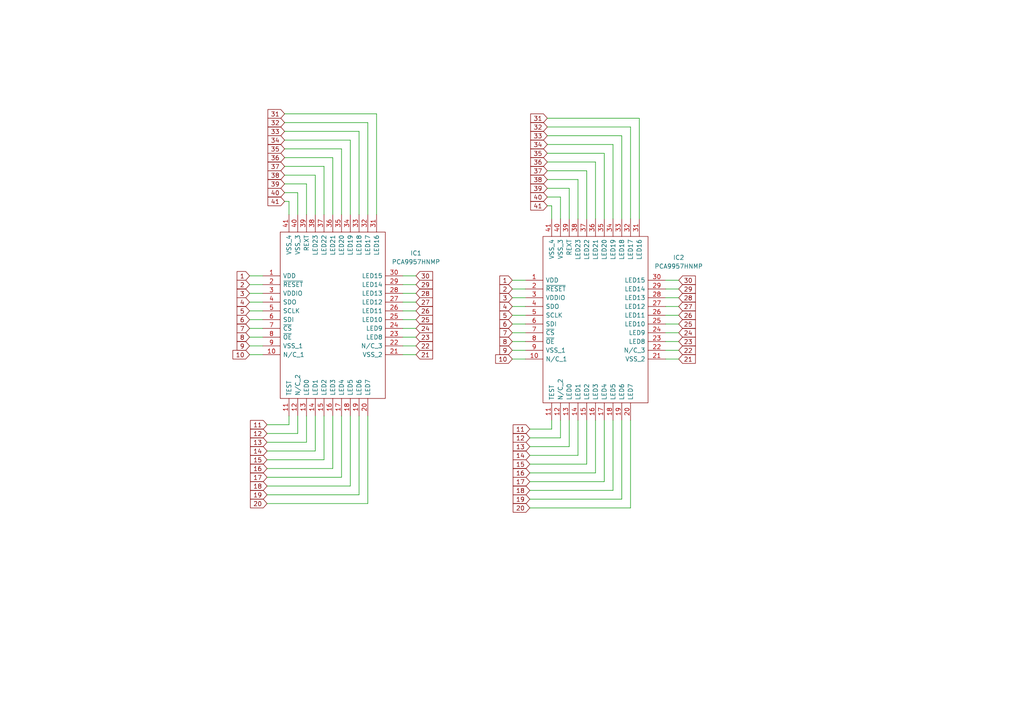
<source format=kicad_sch>
(kicad_sch (version 20211123) (generator eeschema)
  (paper "A4")
  (title_block (title "QFN footprint adapter") (date "2022-09-04") (rev "v1.0") (comment 2 "Simon Brenninger") (comment 4 "0.5mm to 0.4mm"))
  (lib_symbols
    (symbol "LED-Driver:PCA9957HNMP" (pin_names (offset 0.762))
      (property "Reference" "IC" (at 36.83 17.78 0))
      (property "Value" "PCA9957HNMP" (at 36.83 15.24 0))
      (symbol "PCA9957HNMP_0_0"
        (pin passive line (at 0 0 0) (length 5.08) (name "VDD") (number "1"))
        (pin passive line (at 0 -22.86 0) (length 5.08) (name "N/C_1") (number "10"))
        (pin passive line (at 7.62 -40.64 90) (length 5.08) (name "TEST") (number "11"))
        (pin passive line (at 10.16 -40.64 90) (length 5.08) (name "N/C_2") (number "12"))
        (pin passive line (at 12.7 -40.64 90) (length 5.08) (name "LED0") (number "13"))
        (pin passive line (at 15.24 -40.64 90) (length 5.08) (name "LED1") (number "14"))
        (pin passive line (at 17.78 -40.64 90) (length 5.08) (name "LED2") (number "15"))
        (pin passive line (at 20.32 -40.64 90) (length 5.08) (name "LED3") (number "16"))
        (pin passive line (at 22.86 -40.64 90) (length 5.08) (name "LED4") (number "17"))
        (pin passive line (at 25.4 -40.64 90) (length 5.08) (name "LED5") (number "18"))
        (pin passive line (at 27.94 -40.64 90) (length 5.08) (name "LED6") (number "19"))
        (pin passive line (at 0 -2.54 0) (length 5.08) (name "~{RESET}") (number "2"))
        (pin passive line (at 30.48 -40.64 90) (length 5.08) (name "LED7") (number "20"))
        (pin passive line (at 40.64 -22.86 180) (length 5.08) (name "VSS_2") (number "21"))
        (pin passive line (at 40.64 -20.32 180) (length 5.08) (name "N/C_3") (number "22"))
        (pin passive line (at 40.64 -17.78 180) (length 5.08) (name "LED8") (number "23"))
        (pin passive line (at 40.64 -15.24 180) (length 5.08) (name "LED9") (number "24"))
        (pin passive line (at 40.64 -12.7 180) (length 5.08) (name "LED10") (number "25"))
        (pin passive line (at 40.64 -10.16 180) (length 5.08) (name "LED11") (number "26"))
        (pin passive line (at 40.64 -7.62 180) (length 5.08) (name "LED12") (number "27"))
        (pin passive line (at 40.64 -5.08 180) (length 5.08) (name "LED13") (number "28"))
        (pin passive line (at 40.64 -2.54 180) (length 5.08) (name "LED14") (number "29"))
        (pin passive line (at 0 -5.08 0) (length 5.08) (name "VDDIO") (number "3"))
        (pin passive line (at 40.64 0 180) (length 5.08) (name "LED15") (number "30"))
        (pin passive line (at 33.02 17.78 270) (length 5.08) (name "LED16") (number "31"))
        (pin passive line (at 30.48 17.78 270) (length 5.08) (name "LED17") (number "32"))
        (pin passive line (at 27.94 17.78 270) (length 5.08) (name "LED18") (number "33"))
        (pin passive line (at 25.4 17.78 270) (length 5.08) (name "LED19") (number "34"))
        (pin passive line (at 22.86 17.78 270) (length 5.08) (name "LED20") (number "35"))
        (pin passive line (at 20.32 17.78 270) (length 5.08) (name "LED21") (number "36"))
        (pin passive line (at 17.78 17.78 270) (length 5.08) (name "LED22") (number "37"))
        (pin passive line (at 15.24 17.78 270) (length 5.08) (name "LED23") (number "38"))
        (pin passive line (at 12.7 17.78 270) (length 5.08) (name "REXT") (number "39"))
        (pin passive line (at 0 -7.62 0) (length 5.08) (name "SDO") (number "4"))
        (pin passive line (at 10.16 17.78 270) (length 5.08) (name "VSS_3") (number "40"))
        (pin passive line (at 7.62 17.78 270) (length 5.08) (name "VSS_4") (number "41"))
        (pin passive line (at 0 -10.16 0) (length 5.08) (name "SCLK") (number "5"))
        (pin passive line (at 0 -12.7 0) (length 5.08) (name "SDI") (number "6"))
        (pin passive line (at 0 -15.24 0) (length 5.08) (name "~{CS}") (number "7"))
        (pin passive line (at 0 -17.78 0) (length 5.08) (name "~{OE}") (number "8"))
        (pin passive line (at 0 -20.32 0) (length 5.08) (name "VSS_1") (number "9"))
      )
      (symbol "PCA9957HNMP_0_1"
        (polyline (pts (xy 5.08 12.7) (xy 35.56 12.7) (xy 35.56 -35.56) (xy 5.08 -35.56) (xy 5.08 12.7)) (stroke (width 0.1524)))
      )
    )
  )
  (wire (pts (xy 162.56 127) (xy 153.67 127)))
  (wire (pts (xy 148.59 101.6) (xy 152.4 101.6)))
  (wire (pts (xy 72.39 95.25) (xy 76.2 95.25)))
  (wire (pts (xy 104.14 143.51) (xy 77.47 143.51)))
  (wire (pts (xy 175.26 139.7) (xy 153.67 139.7)))
  (wire (pts (xy 109.22 33.02) (xy 109.22 62.23)))
  (wire (pts (xy 88.9 53.34) (xy 88.9 62.23)))
  (wire (pts (xy 86.36 55.88) (xy 86.36 62.23)))
  (wire (pts (xy 96.52 62.23) (xy 96.52 45.72)))
  (wire (pts (xy 180.34 39.37) (xy 180.34 63.5)))
  (wire (pts (xy 120.65 102.87) (xy 116.84 102.87)))
  (wire (pts (xy 158.75 59.69) (xy 160.02 59.69)))
  (wire (pts (xy 120.65 82.55) (xy 116.84 82.55)))
  (wire (pts (xy 93.98 133.35) (xy 77.47 133.35)))
  (wire (pts (xy 101.6 62.23) (xy 101.6 40.64)))
  (wire (pts (xy 120.65 90.17) (xy 116.84 90.17)))
  (wire (pts (xy 72.39 85.09) (xy 76.2 85.09)))
  (wire (pts (xy 172.72 63.5) (xy 172.72 46.99)))
  (wire (pts (xy 160.02 59.69) (xy 160.02 63.5)))
  (wire (pts (xy 72.39 100.33) (xy 76.2 100.33)))
  (wire (pts (xy 82.55 48.26) (xy 93.98 48.26)))
  (wire (pts (xy 167.64 52.07) (xy 158.75 52.07)))
  (wire (pts (xy 165.1 54.61) (xy 165.1 63.5)))
  (wire (pts (xy 72.39 92.71) (xy 76.2 92.71)))
  (wire (pts (xy 120.65 87.63) (xy 116.84 87.63)))
  (wire (pts (xy 91.44 50.8) (xy 82.55 50.8)))
  (wire (pts (xy 175.26 44.45) (xy 175.26 63.5)))
  (wire (pts (xy 172.72 137.16) (xy 172.72 121.92)))
  (wire (pts (xy 175.26 121.92) (xy 175.26 139.7)))
  (wire (pts (xy 106.68 62.23) (xy 106.68 35.56)))
  (wire (pts (xy 153.67 129.54) (xy 165.1 129.54)))
  (wire (pts (xy 170.18 134.62) (xy 153.67 134.62)))
  (wire (pts (xy 120.65 97.79) (xy 116.84 97.79)))
  (wire (pts (xy 91.44 130.81) (xy 91.44 120.65)))
  (wire (pts (xy 148.59 104.14) (xy 152.4 104.14)))
  (wire (pts (xy 101.6 40.64) (xy 82.55 40.64)))
  (wire (pts (xy 120.65 92.71) (xy 116.84 92.71)))
  (wire (pts (xy 153.67 124.46) (xy 160.02 124.46)))
  (wire (pts (xy 148.59 96.52) (xy 152.4 96.52)))
  (wire (pts (xy 72.39 87.63) (xy 76.2 87.63)))
  (wire (pts (xy 88.9 128.27) (xy 88.9 120.65)))
  (wire (pts (xy 172.72 46.99) (xy 158.75 46.99)))
  (wire (pts (xy 177.8 41.91) (xy 158.75 41.91)))
  (wire (pts (xy 77.47 135.89) (xy 96.52 135.89)))
  (wire (pts (xy 158.75 49.53) (xy 170.18 49.53)))
  (wire (pts (xy 99.06 43.18) (xy 99.06 62.23)))
  (wire (pts (xy 153.67 137.16) (xy 172.72 137.16)))
  (wire (pts (xy 182.88 63.5) (xy 182.88 36.83)))
  (wire (pts (xy 196.85 88.9) (xy 193.04 88.9)))
  (wire (pts (xy 148.59 83.82) (xy 152.4 83.82)))
  (wire (pts (xy 77.47 146.05) (xy 106.68 146.05)))
  (wire (pts (xy 196.85 96.52) (xy 193.04 96.52)))
  (wire (pts (xy 77.47 128.27) (xy 88.9 128.27)))
  (wire (pts (xy 177.8 63.5) (xy 177.8 41.91)))
  (wire (pts (xy 160.02 124.46) (xy 160.02 121.92)))
  (wire (pts (xy 99.06 138.43) (xy 77.47 138.43)))
  (wire (pts (xy 120.65 85.09) (xy 116.84 85.09)))
  (wire (pts (xy 182.88 36.83) (xy 158.75 36.83)))
  (wire (pts (xy 96.52 135.89) (xy 96.52 120.65)))
  (wire (pts (xy 170.18 49.53) (xy 170.18 63.5)))
  (wire (pts (xy 158.75 34.29) (xy 185.42 34.29)))
  (wire (pts (xy 72.39 82.55) (xy 76.2 82.55)))
  (wire (pts (xy 86.36 55.88) (xy 82.55 55.88)))
  (wire (pts (xy 153.67 142.24) (xy 177.8 142.24)))
  (wire (pts (xy 177.8 142.24) (xy 177.8 121.92)))
  (wire (pts (xy 77.47 140.97) (xy 101.6 140.97)))
  (wire (pts (xy 83.82 123.19) (xy 83.82 120.65)))
  (wire (pts (xy 101.6 140.97) (xy 101.6 120.65)))
  (wire (pts (xy 148.59 93.98) (xy 152.4 93.98)))
  (wire (pts (xy 148.59 81.28) (xy 152.4 81.28)))
  (wire (pts (xy 72.39 80.01) (xy 76.2 80.01)))
  (wire (pts (xy 96.52 45.72) (xy 82.55 45.72)))
  (wire (pts (xy 99.06 120.65) (xy 99.06 138.43)))
  (wire (pts (xy 196.85 104.14) (xy 193.04 104.14)))
  (wire (pts (xy 162.56 57.15) (xy 158.75 57.15)))
  (wire (pts (xy 180.34 144.78) (xy 153.67 144.78)))
  (wire (pts (xy 196.85 99.06) (xy 193.04 99.06)))
  (wire (pts (xy 196.85 93.98) (xy 193.04 93.98)))
  (wire (pts (xy 72.39 97.79) (xy 76.2 97.79)))
  (wire (pts (xy 82.55 43.18) (xy 99.06 43.18)))
  (wire (pts (xy 158.75 39.37) (xy 180.34 39.37)))
  (wire (pts (xy 158.75 44.45) (xy 175.26 44.45)))
  (wire (pts (xy 72.39 90.17) (xy 76.2 90.17)))
  (wire (pts (xy 162.56 57.15) (xy 162.56 63.5)))
  (wire (pts (xy 83.82 58.42) (xy 83.82 62.23)))
  (wire (pts (xy 82.55 38.1) (xy 104.14 38.1)))
  (wire (pts (xy 196.85 83.82) (xy 193.04 83.82)))
  (wire (pts (xy 165.1 129.54) (xy 165.1 121.92)))
  (wire (pts (xy 196.85 86.36) (xy 193.04 86.36)))
  (wire (pts (xy 196.85 101.6) (xy 193.04 101.6)))
  (wire (pts (xy 185.42 34.29) (xy 185.42 63.5)))
  (wire (pts (xy 77.47 123.19) (xy 83.82 123.19)))
  (wire (pts (xy 72.39 102.87) (xy 76.2 102.87)))
  (wire (pts (xy 91.44 62.23) (xy 91.44 50.8)))
  (wire (pts (xy 182.88 147.32) (xy 182.88 121.92)))
  (wire (pts (xy 148.59 91.44) (xy 152.4 91.44)))
  (wire (pts (xy 82.55 53.34) (xy 88.9 53.34)))
  (wire (pts (xy 196.85 91.44) (xy 193.04 91.44)))
  (wire (pts (xy 104.14 120.65) (xy 104.14 143.51)))
  (wire (pts (xy 82.55 33.02) (xy 109.22 33.02)))
  (wire (pts (xy 106.68 35.56) (xy 82.55 35.56)))
  (wire (pts (xy 104.14 38.1) (xy 104.14 62.23)))
  (wire (pts (xy 148.59 88.9) (xy 152.4 88.9)))
  (wire (pts (xy 77.47 130.81) (xy 91.44 130.81)))
  (wire (pts (xy 148.59 86.36) (xy 152.4 86.36)))
  (wire (pts (xy 93.98 48.26) (xy 93.98 62.23)))
  (wire (pts (xy 180.34 121.92) (xy 180.34 144.78)))
  (wire (pts (xy 120.65 95.25) (xy 116.84 95.25)))
  (wire (pts (xy 93.98 120.65) (xy 93.98 133.35)))
  (wire (pts (xy 86.36 125.73) (xy 77.47 125.73)))
  (wire (pts (xy 167.64 132.08) (xy 167.64 121.92)))
  (wire (pts (xy 158.75 54.61) (xy 165.1 54.61)))
  (wire (pts (xy 120.65 100.33) (xy 116.84 100.33)))
  (wire (pts (xy 106.68 146.05) (xy 106.68 120.65)))
  (wire (pts (xy 120.65 80.01) (xy 116.84 80.01)))
  (wire (pts (xy 153.67 132.08) (xy 167.64 132.08)))
  (wire (pts (xy 153.67 147.32) (xy 182.88 147.32)))
  (wire (pts (xy 86.36 120.65) (xy 86.36 125.73)))
  (wire (pts (xy 170.18 121.92) (xy 170.18 134.62)))
  (wire (pts (xy 162.56 121.92) (xy 162.56 127)))
  (wire (pts (xy 167.64 63.5) (xy 167.64 52.07)))
  (wire (pts (xy 148.59 99.06) (xy 152.4 99.06)))
  (wire (pts (xy 196.85 81.28) (xy 193.04 81.28)))
  (wire (pts (xy 82.55 58.42) (xy 83.82 58.42)))
  (global_label "23" (shape input) (at 196.85 99.06 0) (property "Intersheet References" "${INTERSHEET_REFS}" (effects hide)))
  (global_label "38" (shape input) (at 158.75 52.07 180) (property "Intersheet References" "${INTERSHEET_REFS}" (effects hide)))
  (global_label "7" (shape input) (at 72.39 95.25 180) (property "Intersheet References" "${INTERSHEET_REFS}" (effects hide)))
  (global_label "16" (shape input) (at 77.47 135.89 180) (property "Intersheet References" "${INTERSHEET_REFS}" (effects hide)))
  (global_label "40" (shape input) (at 158.75 57.15 180) (property "Intersheet References" "${INTERSHEET_REFS}" (effects hide)))
  (global_label "1" (shape input) (at 72.39 80.01 180) (property "Intersheet References" "${INTERSHEET_REFS}" (effects hide)))
  (global_label "4" (shape input) (at 72.39 87.63 180) (property "Intersheet References" "${INTERSHEET_REFS}" (effects hide)))
  (global_label "40" (shape input) (at 82.55 55.88 180) (property "Intersheet References" "${INTERSHEET_REFS}" (effects hide)))
  (global_label "16" (shape input) (at 153.67 137.16 180) (property "Intersheet References" "${INTERSHEET_REFS}" (effects hide)))
  (global_label "4" (shape input) (at 148.59 88.9 180) (property "Intersheet References" "${INTERSHEET_REFS}" (effects hide)))
  (global_label "30" (shape input) (at 120.65 80.01 0) (property "Intersheet References" "${INTERSHEET_REFS}" (effects hide)))
  (global_label "22" (shape input) (at 196.85 101.6 0) (property "Intersheet References" "${INTERSHEET_REFS}" (effects hide)))
  (global_label "9" (shape input) (at 72.39 100.33 180) (property "Intersheet References" "${INTERSHEET_REFS}" (effects hide)))
  (global_label "26" (shape input) (at 196.85 91.44 0) (property "Intersheet References" "${INTERSHEET_REFS}" (effects hide)))
  (global_label "30" (shape input) (at 196.85 81.28 0) (property "Intersheet References" "${INTERSHEET_REFS}" (effects hide)))
  (global_label "32" (shape input) (at 158.75 36.83 180) (property "Intersheet References" "${INTERSHEET_REFS}" (effects hide)))
  (global_label "39" (shape input) (at 158.75 54.61 180) (property "Intersheet References" "${INTERSHEET_REFS}" (effects hide)))
  (global_label "29" (shape input) (at 196.85 83.82 0) (property "Intersheet References" "${INTERSHEET_REFS}" (effects hide)))
  (global_label "2" (shape input) (at 72.39 82.55 180) (property "Intersheet References" "${INTERSHEET_REFS}" (effects hide)))
  (global_label "2" (shape input) (at 148.59 83.82 180) (property "Intersheet References" "${INTERSHEET_REFS}" (effects hide)))
  (global_label "12" (shape input) (at 153.67 127 180) (property "Intersheet References" "${INTERSHEET_REFS}" (effects hide)))
  (global_label "41" (shape input) (at 158.75 59.69 180) (property "Intersheet References" "${INTERSHEET_REFS}" (effects hide)))
  (global_label "31" (shape input) (at 158.75 34.29 180) (property "Intersheet References" "${INTERSHEET_REFS}" (effects hide)))
  (global_label "31" (shape input) (at 82.55 33.02 180) (property "Intersheet References" "${INTERSHEET_REFS}" (effects hide)))
  (global_label "14" (shape input) (at 77.47 130.81 180) (property "Intersheet References" "${INTERSHEET_REFS}" (effects hide)))
  (global_label "9" (shape input) (at 148.59 101.6 180) (property "Intersheet References" "${INTERSHEET_REFS}" (effects hide)))
  (global_label "33" (shape input) (at 158.75 39.37 180) (property "Intersheet References" "${INTERSHEET_REFS}" (effects hide)))
  (global_label "3" (shape input) (at 72.39 85.09 180) (property "Intersheet References" "${INTERSHEET_REFS}" (effects hide)))
  (global_label "5" (shape input) (at 148.59 91.44 180) (property "Intersheet References" "${INTERSHEET_REFS}" (effects hide)))
  (global_label "28" (shape input) (at 120.65 85.09 0) (property "Intersheet References" "${INTERSHEET_REFS}" (effects hide)))
  (global_label "24" (shape input) (at 196.85 96.52 0) (property "Intersheet References" "${INTERSHEET_REFS}" (effects hide)))
  (global_label "35" (shape input) (at 158.75 44.45 180) (property "Intersheet References" "${INTERSHEET_REFS}" (effects hide)))
  (global_label "25" (shape input) (at 120.65 92.71 0) (property "Intersheet References" "${INTERSHEET_REFS}" (effects hide)))
  (global_label "19" (shape input) (at 153.67 144.78 180) (property "Intersheet References" "${INTERSHEET_REFS}" (effects hide)))
  (global_label "10" (shape input) (at 72.39 102.87 180) (property "Intersheet References" "${INTERSHEET_REFS}" (effects hide)))
  (global_label "18" (shape input) (at 153.67 142.24 180) (property "Intersheet References" "${INTERSHEET_REFS}" (effects hide)))
  (global_label "19" (shape input) (at 77.47 143.51 180) (property "Intersheet References" "${INTERSHEET_REFS}" (effects hide)))
  (global_label "21" (shape input) (at 196.85 104.14 0) (property "Intersheet References" "${INTERSHEET_REFS}" (effects hide)))
  (global_label "1" (shape input) (at 148.59 81.28 180) (property "Intersheet References" "${INTERSHEET_REFS}" (effects hide)))
  (global_label "37" (shape input) (at 82.55 48.26 180) (property "Intersheet References" "${INTERSHEET_REFS}" (effects hide)))
  (global_label "33" (shape input) (at 82.55 38.1 180) (property "Intersheet References" "${INTERSHEET_REFS}" (effects hide)))
  (global_label "15" (shape input) (at 153.67 134.62 180) (property "Intersheet References" "${INTERSHEET_REFS}" (effects hide)))
  (global_label "5" (shape input) (at 72.39 90.17 180) (property "Intersheet References" "${INTERSHEET_REFS}" (effects hide)))
  (global_label "21" (shape input) (at 120.65 102.87 0) (property "Intersheet References" "${INTERSHEET_REFS}" (effects hide)))
  (global_label "23" (shape input) (at 120.65 97.79 0) (property "Intersheet References" "${INTERSHEET_REFS}" (effects hide)))
  (global_label "28" (shape input) (at 196.85 86.36 0) (property "Intersheet References" "${INTERSHEET_REFS}" (effects hide)))
  (global_label "10" (shape input) (at 148.59 104.14 180) (property "Intersheet References" "${INTERSHEET_REFS}" (effects hide)))
  (global_label "37" (shape input) (at 158.75 49.53 180) (property "Intersheet References" "${INTERSHEET_REFS}" (effects hide)))
  (global_label "35" (shape input) (at 82.55 43.18 180) (property "Intersheet References" "${INTERSHEET_REFS}" (effects hide)))
  (global_label "8" (shape input) (at 148.59 99.06 180) (property "Intersheet References" "${INTERSHEET_REFS}" (effects hide)))
  (global_label "12" (shape input) (at 77.47 125.73 180) (property "Intersheet References" "${INTERSHEET_REFS}" (effects hide)))
  (global_label "20" (shape input) (at 77.47 146.05 180) (property "Intersheet References" "${INTERSHEET_REFS}" (effects hide)))
  (global_label "36" (shape input) (at 158.75 46.99 180) (property "Intersheet References" "${INTERSHEET_REFS}" (effects hide)))
  (global_label "6" (shape input) (at 72.39 92.71 180) (property "Intersheet References" "${INTERSHEET_REFS}" (effects hide)))
  (global_label "3" (shape input) (at 148.59 86.36 180) (property "Intersheet References" "${INTERSHEET_REFS}" (effects hide)))
  (global_label "34" (shape input) (at 158.75 41.91 180) (property "Intersheet References" "${INTERSHEET_REFS}" (effects hide)))
  (global_label "27" (shape input) (at 120.65 87.63 0) (property "Intersheet References" "${INTERSHEET_REFS}" (effects hide)))
  (global_label "11" (shape input) (at 77.47 123.19 180) (property "Intersheet References" "${INTERSHEET_REFS}" (effects hide)))
  (global_label "32" (shape input) (at 82.55 35.56 180) (property "Intersheet References" "${INTERSHEET_REFS}" (effects hide)))
  (global_label "17" (shape input) (at 153.67 139.7 180) (property "Intersheet References" "${INTERSHEET_REFS}" (effects hide)))
  (global_label "20" (shape input) (at 153.67 147.32 180) (property "Intersheet References" "${INTERSHEET_REFS}" (effects hide)))
  (global_label "25" (shape input) (at 196.85 93.98 0) (property "Intersheet References" "${INTERSHEET_REFS}" (effects hide)))
  (global_label "36" (shape input) (at 82.55 45.72 180) (property "Intersheet References" "${INTERSHEET_REFS}" (effects hide)))
  (global_label "34" (shape input) (at 82.55 40.64 180) (property "Intersheet References" "${INTERSHEET_REFS}" (effects hide)))
  (global_label "24" (shape input) (at 120.65 95.25 0) (property "Intersheet References" "${INTERSHEET_REFS}" (effects hide)))
  (global_label "27" (shape input) (at 196.85 88.9 0) (property "Intersheet References" "${INTERSHEET_REFS}" (effects hide)))
  (global_label "13" (shape input) (at 153.67 129.54 180) (property "Intersheet References" "${INTERSHEET_REFS}" (effects hide)))
  (global_label "13" (shape input) (at 77.47 128.27 180) (property "Intersheet References" "${INTERSHEET_REFS}" (effects hide)))
  (global_label "39" (shape input) (at 82.55 53.34 180) (property "Intersheet References" "${INTERSHEET_REFS}" (effects hide)))
  (global_label "26" (shape input) (at 120.65 90.17 0) (property "Intersheet References" "${INTERSHEET_REFS}" (effects hide)))
  (global_label "18" (shape input) (at 77.47 140.97 180) (property "Intersheet References" "${INTERSHEET_REFS}" (effects hide)))
  (global_label "11" (shape input) (at 153.67 124.46 180) (property "Intersheet References" "${INTERSHEET_REFS}" (effects hide)))
  (global_label "7" (shape input) (at 148.59 96.52 180) (property "Intersheet References" "${INTERSHEET_REFS}" (effects hide)))
  (global_label "8" (shape input) (at 72.39 97.79 180) (property "Intersheet References" "${INTERSHEET_REFS}" (effects hide)))
  (global_label "14" (shape input) (at 153.67 132.08 180) (property "Intersheet References" "${INTERSHEET_REFS}" (effects hide)))
  (global_label "38" (shape input) (at 82.55 50.8 180) (property "Intersheet References" "${INTERSHEET_REFS}" (effects hide)))
  (global_label "29" (shape input) (at 120.65 82.55 0) (property "Intersheet References" "${INTERSHEET_REFS}" (effects hide)))
  (global_label "41" (shape input) (at 82.55 58.42 180) (property "Intersheet References" "${INTERSHEET_REFS}" (effects hide)))
  (global_label "17" (shape input) (at 77.47 138.43 180) (property "Intersheet References" "${INTERSHEET_REFS}" (effects hide)))
  (global_label "6" (shape input) (at 148.59 93.98 180) (property "Intersheet References" "${INTERSHEET_REFS}" (effects hide)))
  (global_label "22" (shape input) (at 120.65 100.33 0) (property "Intersheet References" "${INTERSHEET_REFS}" (effects hide)))
  (global_label "15" (shape input) (at 77.47 133.35 180) (property "Intersheet References" "${INTERSHEET_REFS}" (effects hide)))
  (symbol (lib_id "LED-Driver:PCA9957HNMP") (at 76.2 80.01 0) (unit 1)
    (property "Reference" "IC1" (at 120.65 73.4312 0))
    (property "Value" "PCA9957HNMP" (at 120.65 75.9712 0))
    (property "Footprint" "Package_DFN_QFN:QFN-40-1EP_5x5mm_P0.4mm_EP3.6x3.6mm" (effects hide))
    (property "Datasheet" "https://componentsearchengine.com/Datasheets/2/PCA9957HNMP.pdf" (effects hide))
    (property "Description" "LED Lighting Drivers I2C 5 V Constant Current LED Controller" (effects hide))
    (property "Height" "1" (effects hide))
    (property "Manufacturer_Name" "NXP" (effects hide))
    (property "Manufacturer_Part_Number" "PCA9957HNMP" (effects hide))
  )
  (symbol (lib_id "LED-Driver:PCA9957HNMP") (at 152.4 81.28 0) (unit 1)
    (property "Reference" "IC2" (at 196.85 74.7012 0))
    (property "Value" "PCA9957HNMP" (at 196.85 77.2412 0))
    (property "Footprint" "Package_DFN_QFN:HVQFN-40-1EP_6x6mm_P0.5mm_EP4.1x4.1mm" (effects hide))
    (property "Datasheet" "https://componentsearchengine.com/Datasheets/2/PCA9957HNMP.pdf" (effects hide))
    (property "Description" "LED Lighting Drivers I2C 5 V Constant Current LED Controller" (effects hide))
    (property "Height" "1" (effects hide))
    (property "Manufacturer_Name" "NXP" (effects hide))
    (property "Manufacturer_Part_Number" "PCA9957HNMP" (effects hide))
  )
)
</source>
